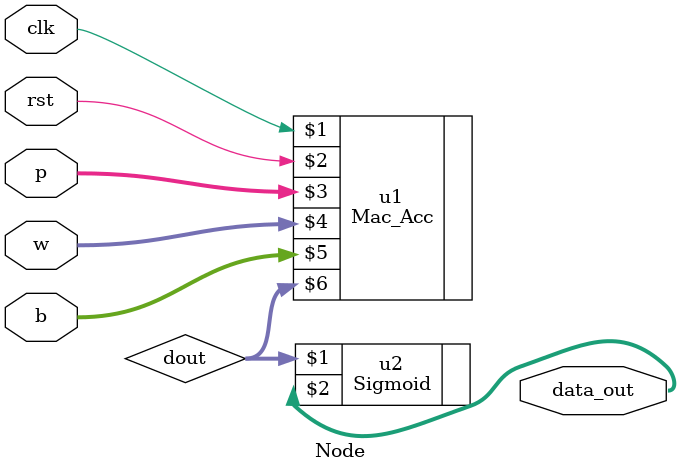
<source format=v>
`timescale 1ns / 1ps


module Node(
    input clk,
    input rst,
    input[127:0] p,
    input[127:0] w,
    input[7:0] b,
    output[7:0] data_out
    //output[21:0] dout
    );
    wire[21:0] dout;
    

    Mac_Acc u1(clk,rst,p,w,b,dout);
    Sigmoid u2(dout,data_out);
    
    
    
endmodule

</source>
